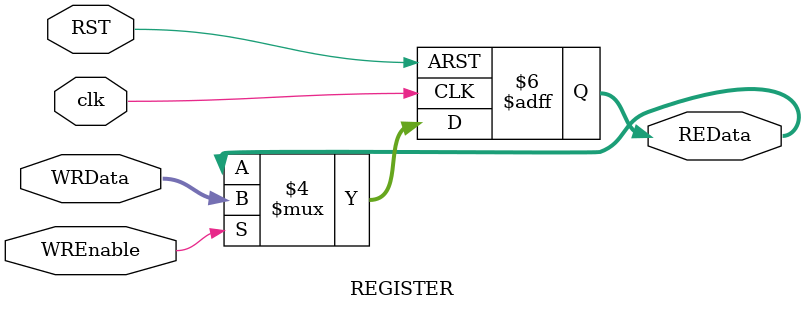
<source format=v>
module REGISTER #(parameter DataWidth =32) (
    input wire [DataWidth-1:0] WRData,
    input wire                 WREnable,
    input wire                 clk,
    input wire                 RST,
    output reg [DataWidth-1:0] REData
);
    
always @(posedge clk or negedge RST ) begin
    if (!RST) begin
        REData<='b0;
        
    end else begin
        if (WREnable==1'b1) begin
            REData<=WRData;
        end
        
    end
end

endmodule
</source>
